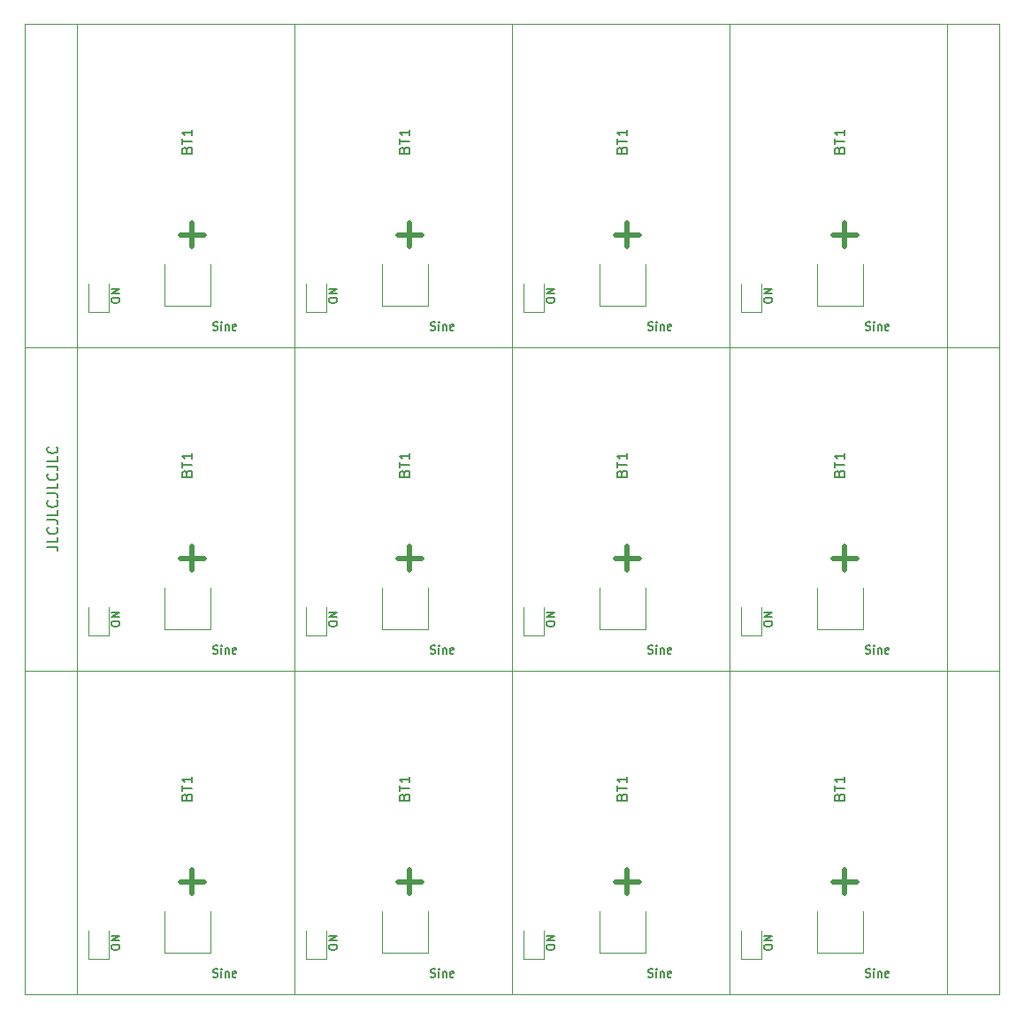
<source format=gbr>
G04 #@! TF.GenerationSoftware,KiCad,Pcbnew,(5.1.5)-3*
G04 #@! TF.CreationDate,2020-09-12T19:14:49+01:00*
G04 #@! TF.ProjectId,OTK_Panel,4f544b5f-5061-46e6-956c-2e6b69636164,rev?*
G04 #@! TF.SameCoordinates,Original*
G04 #@! TF.FileFunction,Legend,Top*
G04 #@! TF.FilePolarity,Positive*
%FSLAX46Y46*%
G04 Gerber Fmt 4.6, Leading zero omitted, Abs format (unit mm)*
G04 Created by KiCad (PCBNEW (5.1.5)-3) date 2020-09-12 19:14:49*
%MOMM*%
%LPD*%
G04 APERTURE LIST*
%ADD10C,0.050000*%
%ADD11C,0.153000*%
%ADD12C,0.150000*%
%ADD13C,0.120000*%
%ADD14C,0.500000*%
G04 APERTURE END LIST*
D10*
X192734500Y-108806300D02*
X197734500Y-108798300D01*
X192734500Y-77818300D02*
X197734500Y-77818300D01*
X109422500Y-108806300D02*
X104422500Y-108810300D01*
X109422500Y-77818300D02*
X104422500Y-77820300D01*
X104422500Y-139790300D02*
X109422500Y-139794300D01*
X104422500Y-46820300D02*
X104422500Y-139790300D01*
X109422500Y-46830300D02*
X104422500Y-46820300D01*
X192734500Y-139794300D02*
X197734500Y-139790300D01*
X197734500Y-46830300D02*
X197734500Y-139790300D01*
X192734500Y-46830300D02*
X197734500Y-46830300D01*
D11*
X143284690Y-138086109D02*
X143398976Y-138124204D01*
X143589452Y-138124204D01*
X143665642Y-138086109D01*
X143703738Y-138048014D01*
X143741833Y-137971823D01*
X143741833Y-137895633D01*
X143703738Y-137819442D01*
X143665642Y-137781347D01*
X143589452Y-137743252D01*
X143437071Y-137705157D01*
X143360880Y-137667061D01*
X143322785Y-137628966D01*
X143284690Y-137552776D01*
X143284690Y-137476585D01*
X143322785Y-137400395D01*
X143360880Y-137362300D01*
X143437071Y-137324204D01*
X143627547Y-137324204D01*
X143741833Y-137362300D01*
X144084690Y-138124204D02*
X144084690Y-137590871D01*
X144084690Y-137324204D02*
X144046595Y-137362300D01*
X144084690Y-137400395D01*
X144122785Y-137362300D01*
X144084690Y-137324204D01*
X144084690Y-137400395D01*
X144465642Y-137590871D02*
X144465642Y-138124204D01*
X144465642Y-137667061D02*
X144503738Y-137628966D01*
X144579928Y-137590871D01*
X144694214Y-137590871D01*
X144770404Y-137628966D01*
X144808500Y-137705157D01*
X144808500Y-138124204D01*
X145494214Y-138086109D02*
X145418023Y-138124204D01*
X145265642Y-138124204D01*
X145189452Y-138086109D01*
X145151357Y-138009919D01*
X145151357Y-137705157D01*
X145189452Y-137628966D01*
X145265642Y-137590871D01*
X145418023Y-137590871D01*
X145494214Y-137628966D01*
X145532309Y-137705157D01*
X145532309Y-137781347D01*
X145151357Y-137857538D01*
X133556404Y-135336538D02*
X133556404Y-135184157D01*
X133594500Y-135107966D01*
X133670690Y-135031776D01*
X133823071Y-134993680D01*
X134089738Y-134993680D01*
X134242119Y-135031776D01*
X134318309Y-135107966D01*
X134356404Y-135184157D01*
X134356404Y-135336538D01*
X134318309Y-135412728D01*
X134242119Y-135488919D01*
X134089738Y-135527014D01*
X133823071Y-135527014D01*
X133670690Y-135488919D01*
X133594500Y-135412728D01*
X133556404Y-135336538D01*
X134356404Y-134650823D02*
X133556404Y-134650823D01*
X134356404Y-134193680D01*
X133556404Y-134193680D01*
D10*
X109422500Y-139794300D02*
X109422500Y-108806300D01*
X171906500Y-139794300D02*
X171906500Y-108806300D01*
X130250500Y-139794300D02*
X109422500Y-139794300D01*
X171906500Y-139794300D02*
X151078500Y-139794300D01*
X130250500Y-108806300D02*
X130250500Y-139794300D01*
X151078500Y-108806300D02*
X151078500Y-139794300D01*
X171906500Y-108806300D02*
X171906500Y-139794300D01*
X151078500Y-108806300D02*
X171906500Y-108806300D01*
X192734500Y-108806300D02*
X192734500Y-139794300D01*
X151078500Y-139794300D02*
X151078500Y-108806300D01*
X109422500Y-108806300D02*
X130250500Y-108806300D01*
X151078500Y-139794300D02*
X130250500Y-139794300D01*
X130250500Y-108806300D02*
X151078500Y-108806300D01*
X130250500Y-139794300D02*
X130250500Y-108806300D01*
X192734500Y-139794300D02*
X171906500Y-139794300D01*
X171906500Y-108806300D02*
X192734500Y-108806300D01*
D11*
X184940690Y-138086109D02*
X185054976Y-138124204D01*
X185245452Y-138124204D01*
X185321642Y-138086109D01*
X185359738Y-138048014D01*
X185397833Y-137971823D01*
X185397833Y-137895633D01*
X185359738Y-137819442D01*
X185321642Y-137781347D01*
X185245452Y-137743252D01*
X185093071Y-137705157D01*
X185016880Y-137667061D01*
X184978785Y-137628966D01*
X184940690Y-137552776D01*
X184940690Y-137476585D01*
X184978785Y-137400395D01*
X185016880Y-137362300D01*
X185093071Y-137324204D01*
X185283547Y-137324204D01*
X185397833Y-137362300D01*
X185740690Y-138124204D02*
X185740690Y-137590871D01*
X185740690Y-137324204D02*
X185702595Y-137362300D01*
X185740690Y-137400395D01*
X185778785Y-137362300D01*
X185740690Y-137324204D01*
X185740690Y-137400395D01*
X186121642Y-137590871D02*
X186121642Y-138124204D01*
X186121642Y-137667061D02*
X186159738Y-137628966D01*
X186235928Y-137590871D01*
X186350214Y-137590871D01*
X186426404Y-137628966D01*
X186464500Y-137705157D01*
X186464500Y-138124204D01*
X187150214Y-138086109D02*
X187074023Y-138124204D01*
X186921642Y-138124204D01*
X186845452Y-138086109D01*
X186807357Y-138009919D01*
X186807357Y-137705157D01*
X186845452Y-137628966D01*
X186921642Y-137590871D01*
X187074023Y-137590871D01*
X187150214Y-137628966D01*
X187188309Y-137705157D01*
X187188309Y-137781347D01*
X186807357Y-137857538D01*
X175212404Y-135336538D02*
X175212404Y-135184157D01*
X175250500Y-135107966D01*
X175326690Y-135031776D01*
X175479071Y-134993680D01*
X175745738Y-134993680D01*
X175898119Y-135031776D01*
X175974309Y-135107966D01*
X176012404Y-135184157D01*
X176012404Y-135336538D01*
X175974309Y-135412728D01*
X175898119Y-135488919D01*
X175745738Y-135527014D01*
X175479071Y-135527014D01*
X175326690Y-135488919D01*
X175250500Y-135412728D01*
X175212404Y-135336538D01*
X176012404Y-134650823D02*
X175212404Y-134650823D01*
X176012404Y-134193680D01*
X175212404Y-134193680D01*
X112728404Y-135336538D02*
X112728404Y-135184157D01*
X112766500Y-135107966D01*
X112842690Y-135031776D01*
X112995071Y-134993680D01*
X113261738Y-134993680D01*
X113414119Y-135031776D01*
X113490309Y-135107966D01*
X113528404Y-135184157D01*
X113528404Y-135336538D01*
X113490309Y-135412728D01*
X113414119Y-135488919D01*
X113261738Y-135527014D01*
X112995071Y-135527014D01*
X112842690Y-135488919D01*
X112766500Y-135412728D01*
X112728404Y-135336538D01*
X113528404Y-134650823D02*
X112728404Y-134650823D01*
X113528404Y-134193680D01*
X112728404Y-134193680D01*
X122456690Y-138086109D02*
X122570976Y-138124204D01*
X122761452Y-138124204D01*
X122837642Y-138086109D01*
X122875738Y-138048014D01*
X122913833Y-137971823D01*
X122913833Y-137895633D01*
X122875738Y-137819442D01*
X122837642Y-137781347D01*
X122761452Y-137743252D01*
X122609071Y-137705157D01*
X122532880Y-137667061D01*
X122494785Y-137628966D01*
X122456690Y-137552776D01*
X122456690Y-137476585D01*
X122494785Y-137400395D01*
X122532880Y-137362300D01*
X122609071Y-137324204D01*
X122799547Y-137324204D01*
X122913833Y-137362300D01*
X123256690Y-138124204D02*
X123256690Y-137590871D01*
X123256690Y-137324204D02*
X123218595Y-137362300D01*
X123256690Y-137400395D01*
X123294785Y-137362300D01*
X123256690Y-137324204D01*
X123256690Y-137400395D01*
X123637642Y-137590871D02*
X123637642Y-138124204D01*
X123637642Y-137667061D02*
X123675738Y-137628966D01*
X123751928Y-137590871D01*
X123866214Y-137590871D01*
X123942404Y-137628966D01*
X123980500Y-137705157D01*
X123980500Y-138124204D01*
X124666214Y-138086109D02*
X124590023Y-138124204D01*
X124437642Y-138124204D01*
X124361452Y-138086109D01*
X124323357Y-138009919D01*
X124323357Y-137705157D01*
X124361452Y-137628966D01*
X124437642Y-137590871D01*
X124590023Y-137590871D01*
X124666214Y-137628966D01*
X124704309Y-137705157D01*
X124704309Y-137781347D01*
X124323357Y-137857538D01*
X164112690Y-138086109D02*
X164226976Y-138124204D01*
X164417452Y-138124204D01*
X164493642Y-138086109D01*
X164531738Y-138048014D01*
X164569833Y-137971823D01*
X164569833Y-137895633D01*
X164531738Y-137819442D01*
X164493642Y-137781347D01*
X164417452Y-137743252D01*
X164265071Y-137705157D01*
X164188880Y-137667061D01*
X164150785Y-137628966D01*
X164112690Y-137552776D01*
X164112690Y-137476585D01*
X164150785Y-137400395D01*
X164188880Y-137362300D01*
X164265071Y-137324204D01*
X164455547Y-137324204D01*
X164569833Y-137362300D01*
X164912690Y-138124204D02*
X164912690Y-137590871D01*
X164912690Y-137324204D02*
X164874595Y-137362300D01*
X164912690Y-137400395D01*
X164950785Y-137362300D01*
X164912690Y-137324204D01*
X164912690Y-137400395D01*
X165293642Y-137590871D02*
X165293642Y-138124204D01*
X165293642Y-137667061D02*
X165331738Y-137628966D01*
X165407928Y-137590871D01*
X165522214Y-137590871D01*
X165598404Y-137628966D01*
X165636500Y-137705157D01*
X165636500Y-138124204D01*
X166322214Y-138086109D02*
X166246023Y-138124204D01*
X166093642Y-138124204D01*
X166017452Y-138086109D01*
X165979357Y-138009919D01*
X165979357Y-137705157D01*
X166017452Y-137628966D01*
X166093642Y-137590871D01*
X166246023Y-137590871D01*
X166322214Y-137628966D01*
X166360309Y-137705157D01*
X166360309Y-137781347D01*
X165979357Y-137857538D01*
X154384404Y-135336538D02*
X154384404Y-135184157D01*
X154422500Y-135107966D01*
X154498690Y-135031776D01*
X154651071Y-134993680D01*
X154917738Y-134993680D01*
X155070119Y-135031776D01*
X155146309Y-135107966D01*
X155184404Y-135184157D01*
X155184404Y-135336538D01*
X155146309Y-135412728D01*
X155070119Y-135488919D01*
X154917738Y-135527014D01*
X154651071Y-135527014D01*
X154498690Y-135488919D01*
X154422500Y-135412728D01*
X154384404Y-135336538D01*
X155184404Y-134650823D02*
X154384404Y-134650823D01*
X155184404Y-134193680D01*
X154384404Y-134193680D01*
X143284690Y-107098109D02*
X143398976Y-107136204D01*
X143589452Y-107136204D01*
X143665642Y-107098109D01*
X143703738Y-107060014D01*
X143741833Y-106983823D01*
X143741833Y-106907633D01*
X143703738Y-106831442D01*
X143665642Y-106793347D01*
X143589452Y-106755252D01*
X143437071Y-106717157D01*
X143360880Y-106679061D01*
X143322785Y-106640966D01*
X143284690Y-106564776D01*
X143284690Y-106488585D01*
X143322785Y-106412395D01*
X143360880Y-106374300D01*
X143437071Y-106336204D01*
X143627547Y-106336204D01*
X143741833Y-106374300D01*
X144084690Y-107136204D02*
X144084690Y-106602871D01*
X144084690Y-106336204D02*
X144046595Y-106374300D01*
X144084690Y-106412395D01*
X144122785Y-106374300D01*
X144084690Y-106336204D01*
X144084690Y-106412395D01*
X144465642Y-106602871D02*
X144465642Y-107136204D01*
X144465642Y-106679061D02*
X144503738Y-106640966D01*
X144579928Y-106602871D01*
X144694214Y-106602871D01*
X144770404Y-106640966D01*
X144808500Y-106717157D01*
X144808500Y-107136204D01*
X145494214Y-107098109D02*
X145418023Y-107136204D01*
X145265642Y-107136204D01*
X145189452Y-107098109D01*
X145151357Y-107021919D01*
X145151357Y-106717157D01*
X145189452Y-106640966D01*
X145265642Y-106602871D01*
X145418023Y-106602871D01*
X145494214Y-106640966D01*
X145532309Y-106717157D01*
X145532309Y-106793347D01*
X145151357Y-106869538D01*
X133556404Y-104348538D02*
X133556404Y-104196157D01*
X133594500Y-104119966D01*
X133670690Y-104043776D01*
X133823071Y-104005680D01*
X134089738Y-104005680D01*
X134242119Y-104043776D01*
X134318309Y-104119966D01*
X134356404Y-104196157D01*
X134356404Y-104348538D01*
X134318309Y-104424728D01*
X134242119Y-104500919D01*
X134089738Y-104539014D01*
X133823071Y-104539014D01*
X133670690Y-104500919D01*
X133594500Y-104424728D01*
X133556404Y-104348538D01*
X134356404Y-103662823D02*
X133556404Y-103662823D01*
X134356404Y-103205680D01*
X133556404Y-103205680D01*
D10*
X109422500Y-108806300D02*
X109422500Y-77818300D01*
X171906500Y-108806300D02*
X171906500Y-77818300D01*
X130250500Y-108806300D02*
X109422500Y-108806300D01*
X171906500Y-108806300D02*
X151078500Y-108806300D01*
X130250500Y-77818300D02*
X130250500Y-108806300D01*
X151078500Y-77818300D02*
X151078500Y-108806300D01*
X171906500Y-77818300D02*
X171906500Y-108806300D01*
X151078500Y-77818300D02*
X171906500Y-77818300D01*
X192734500Y-77818300D02*
X192734500Y-108806300D01*
X151078500Y-108806300D02*
X151078500Y-77818300D01*
X109422500Y-77818300D02*
X130250500Y-77818300D01*
X151078500Y-108806300D02*
X130250500Y-108806300D01*
X130250500Y-77818300D02*
X151078500Y-77818300D01*
X130250500Y-108806300D02*
X130250500Y-77818300D01*
X192734500Y-108806300D02*
X171906500Y-108806300D01*
X171906500Y-77818300D02*
X192734500Y-77818300D01*
D11*
X184940690Y-107098109D02*
X185054976Y-107136204D01*
X185245452Y-107136204D01*
X185321642Y-107098109D01*
X185359738Y-107060014D01*
X185397833Y-106983823D01*
X185397833Y-106907633D01*
X185359738Y-106831442D01*
X185321642Y-106793347D01*
X185245452Y-106755252D01*
X185093071Y-106717157D01*
X185016880Y-106679061D01*
X184978785Y-106640966D01*
X184940690Y-106564776D01*
X184940690Y-106488585D01*
X184978785Y-106412395D01*
X185016880Y-106374300D01*
X185093071Y-106336204D01*
X185283547Y-106336204D01*
X185397833Y-106374300D01*
X185740690Y-107136204D02*
X185740690Y-106602871D01*
X185740690Y-106336204D02*
X185702595Y-106374300D01*
X185740690Y-106412395D01*
X185778785Y-106374300D01*
X185740690Y-106336204D01*
X185740690Y-106412395D01*
X186121642Y-106602871D02*
X186121642Y-107136204D01*
X186121642Y-106679061D02*
X186159738Y-106640966D01*
X186235928Y-106602871D01*
X186350214Y-106602871D01*
X186426404Y-106640966D01*
X186464500Y-106717157D01*
X186464500Y-107136204D01*
X187150214Y-107098109D02*
X187074023Y-107136204D01*
X186921642Y-107136204D01*
X186845452Y-107098109D01*
X186807357Y-107021919D01*
X186807357Y-106717157D01*
X186845452Y-106640966D01*
X186921642Y-106602871D01*
X187074023Y-106602871D01*
X187150214Y-106640966D01*
X187188309Y-106717157D01*
X187188309Y-106793347D01*
X186807357Y-106869538D01*
X175212404Y-104348538D02*
X175212404Y-104196157D01*
X175250500Y-104119966D01*
X175326690Y-104043776D01*
X175479071Y-104005680D01*
X175745738Y-104005680D01*
X175898119Y-104043776D01*
X175974309Y-104119966D01*
X176012404Y-104196157D01*
X176012404Y-104348538D01*
X175974309Y-104424728D01*
X175898119Y-104500919D01*
X175745738Y-104539014D01*
X175479071Y-104539014D01*
X175326690Y-104500919D01*
X175250500Y-104424728D01*
X175212404Y-104348538D01*
X176012404Y-103662823D02*
X175212404Y-103662823D01*
X176012404Y-103205680D01*
X175212404Y-103205680D01*
X112728404Y-104348538D02*
X112728404Y-104196157D01*
X112766500Y-104119966D01*
X112842690Y-104043776D01*
X112995071Y-104005680D01*
X113261738Y-104005680D01*
X113414119Y-104043776D01*
X113490309Y-104119966D01*
X113528404Y-104196157D01*
X113528404Y-104348538D01*
X113490309Y-104424728D01*
X113414119Y-104500919D01*
X113261738Y-104539014D01*
X112995071Y-104539014D01*
X112842690Y-104500919D01*
X112766500Y-104424728D01*
X112728404Y-104348538D01*
X113528404Y-103662823D02*
X112728404Y-103662823D01*
X113528404Y-103205680D01*
X112728404Y-103205680D01*
X122456690Y-107098109D02*
X122570976Y-107136204D01*
X122761452Y-107136204D01*
X122837642Y-107098109D01*
X122875738Y-107060014D01*
X122913833Y-106983823D01*
X122913833Y-106907633D01*
X122875738Y-106831442D01*
X122837642Y-106793347D01*
X122761452Y-106755252D01*
X122609071Y-106717157D01*
X122532880Y-106679061D01*
X122494785Y-106640966D01*
X122456690Y-106564776D01*
X122456690Y-106488585D01*
X122494785Y-106412395D01*
X122532880Y-106374300D01*
X122609071Y-106336204D01*
X122799547Y-106336204D01*
X122913833Y-106374300D01*
X123256690Y-107136204D02*
X123256690Y-106602871D01*
X123256690Y-106336204D02*
X123218595Y-106374300D01*
X123256690Y-106412395D01*
X123294785Y-106374300D01*
X123256690Y-106336204D01*
X123256690Y-106412395D01*
X123637642Y-106602871D02*
X123637642Y-107136204D01*
X123637642Y-106679061D02*
X123675738Y-106640966D01*
X123751928Y-106602871D01*
X123866214Y-106602871D01*
X123942404Y-106640966D01*
X123980500Y-106717157D01*
X123980500Y-107136204D01*
X124666214Y-107098109D02*
X124590023Y-107136204D01*
X124437642Y-107136204D01*
X124361452Y-107098109D01*
X124323357Y-107021919D01*
X124323357Y-106717157D01*
X124361452Y-106640966D01*
X124437642Y-106602871D01*
X124590023Y-106602871D01*
X124666214Y-106640966D01*
X124704309Y-106717157D01*
X124704309Y-106793347D01*
X124323357Y-106869538D01*
X164112690Y-107098109D02*
X164226976Y-107136204D01*
X164417452Y-107136204D01*
X164493642Y-107098109D01*
X164531738Y-107060014D01*
X164569833Y-106983823D01*
X164569833Y-106907633D01*
X164531738Y-106831442D01*
X164493642Y-106793347D01*
X164417452Y-106755252D01*
X164265071Y-106717157D01*
X164188880Y-106679061D01*
X164150785Y-106640966D01*
X164112690Y-106564776D01*
X164112690Y-106488585D01*
X164150785Y-106412395D01*
X164188880Y-106374300D01*
X164265071Y-106336204D01*
X164455547Y-106336204D01*
X164569833Y-106374300D01*
X164912690Y-107136204D02*
X164912690Y-106602871D01*
X164912690Y-106336204D02*
X164874595Y-106374300D01*
X164912690Y-106412395D01*
X164950785Y-106374300D01*
X164912690Y-106336204D01*
X164912690Y-106412395D01*
X165293642Y-106602871D02*
X165293642Y-107136204D01*
X165293642Y-106679061D02*
X165331738Y-106640966D01*
X165407928Y-106602871D01*
X165522214Y-106602871D01*
X165598404Y-106640966D01*
X165636500Y-106717157D01*
X165636500Y-107136204D01*
X166322214Y-107098109D02*
X166246023Y-107136204D01*
X166093642Y-107136204D01*
X166017452Y-107098109D01*
X165979357Y-107021919D01*
X165979357Y-106717157D01*
X166017452Y-106640966D01*
X166093642Y-106602871D01*
X166246023Y-106602871D01*
X166322214Y-106640966D01*
X166360309Y-106717157D01*
X166360309Y-106793347D01*
X165979357Y-106869538D01*
X154384404Y-104348538D02*
X154384404Y-104196157D01*
X154422500Y-104119966D01*
X154498690Y-104043776D01*
X154651071Y-104005680D01*
X154917738Y-104005680D01*
X155070119Y-104043776D01*
X155146309Y-104119966D01*
X155184404Y-104196157D01*
X155184404Y-104348538D01*
X155146309Y-104424728D01*
X155070119Y-104500919D01*
X154917738Y-104539014D01*
X154651071Y-104539014D01*
X154498690Y-104500919D01*
X154422500Y-104424728D01*
X154384404Y-104348538D01*
X155184404Y-103662823D02*
X154384404Y-103662823D01*
X155184404Y-103205680D01*
X154384404Y-103205680D01*
D10*
X171906500Y-77818300D02*
X171906500Y-46830300D01*
X192734500Y-77818300D02*
X171906500Y-77818300D01*
X192734500Y-46830300D02*
X192734500Y-77818300D01*
X171906500Y-46830300D02*
X192734500Y-46830300D01*
D11*
X175212404Y-73360538D02*
X175212404Y-73208157D01*
X175250500Y-73131966D01*
X175326690Y-73055776D01*
X175479071Y-73017680D01*
X175745738Y-73017680D01*
X175898119Y-73055776D01*
X175974309Y-73131966D01*
X176012404Y-73208157D01*
X176012404Y-73360538D01*
X175974309Y-73436728D01*
X175898119Y-73512919D01*
X175745738Y-73551014D01*
X175479071Y-73551014D01*
X175326690Y-73512919D01*
X175250500Y-73436728D01*
X175212404Y-73360538D01*
X176012404Y-72674823D02*
X175212404Y-72674823D01*
X176012404Y-72217680D01*
X175212404Y-72217680D01*
X184940690Y-76110109D02*
X185054976Y-76148204D01*
X185245452Y-76148204D01*
X185321642Y-76110109D01*
X185359738Y-76072014D01*
X185397833Y-75995823D01*
X185397833Y-75919633D01*
X185359738Y-75843442D01*
X185321642Y-75805347D01*
X185245452Y-75767252D01*
X185093071Y-75729157D01*
X185016880Y-75691061D01*
X184978785Y-75652966D01*
X184940690Y-75576776D01*
X184940690Y-75500585D01*
X184978785Y-75424395D01*
X185016880Y-75386300D01*
X185093071Y-75348204D01*
X185283547Y-75348204D01*
X185397833Y-75386300D01*
X185740690Y-76148204D02*
X185740690Y-75614871D01*
X185740690Y-75348204D02*
X185702595Y-75386300D01*
X185740690Y-75424395D01*
X185778785Y-75386300D01*
X185740690Y-75348204D01*
X185740690Y-75424395D01*
X186121642Y-75614871D02*
X186121642Y-76148204D01*
X186121642Y-75691061D02*
X186159738Y-75652966D01*
X186235928Y-75614871D01*
X186350214Y-75614871D01*
X186426404Y-75652966D01*
X186464500Y-75729157D01*
X186464500Y-76148204D01*
X187150214Y-76110109D02*
X187074023Y-76148204D01*
X186921642Y-76148204D01*
X186845452Y-76110109D01*
X186807357Y-76033919D01*
X186807357Y-75729157D01*
X186845452Y-75652966D01*
X186921642Y-75614871D01*
X187074023Y-75614871D01*
X187150214Y-75652966D01*
X187188309Y-75729157D01*
X187188309Y-75805347D01*
X186807357Y-75881538D01*
D10*
X151078500Y-77818300D02*
X151078500Y-46830300D01*
X171906500Y-77818300D02*
X151078500Y-77818300D01*
X171906500Y-46830300D02*
X171906500Y-77818300D01*
X151078500Y-46830300D02*
X171906500Y-46830300D01*
D11*
X154384404Y-73360538D02*
X154384404Y-73208157D01*
X154422500Y-73131966D01*
X154498690Y-73055776D01*
X154651071Y-73017680D01*
X154917738Y-73017680D01*
X155070119Y-73055776D01*
X155146309Y-73131966D01*
X155184404Y-73208157D01*
X155184404Y-73360538D01*
X155146309Y-73436728D01*
X155070119Y-73512919D01*
X154917738Y-73551014D01*
X154651071Y-73551014D01*
X154498690Y-73512919D01*
X154422500Y-73436728D01*
X154384404Y-73360538D01*
X155184404Y-72674823D02*
X154384404Y-72674823D01*
X155184404Y-72217680D01*
X154384404Y-72217680D01*
X164112690Y-76110109D02*
X164226976Y-76148204D01*
X164417452Y-76148204D01*
X164493642Y-76110109D01*
X164531738Y-76072014D01*
X164569833Y-75995823D01*
X164569833Y-75919633D01*
X164531738Y-75843442D01*
X164493642Y-75805347D01*
X164417452Y-75767252D01*
X164265071Y-75729157D01*
X164188880Y-75691061D01*
X164150785Y-75652966D01*
X164112690Y-75576776D01*
X164112690Y-75500585D01*
X164150785Y-75424395D01*
X164188880Y-75386300D01*
X164265071Y-75348204D01*
X164455547Y-75348204D01*
X164569833Y-75386300D01*
X164912690Y-76148204D02*
X164912690Y-75614871D01*
X164912690Y-75348204D02*
X164874595Y-75386300D01*
X164912690Y-75424395D01*
X164950785Y-75386300D01*
X164912690Y-75348204D01*
X164912690Y-75424395D01*
X165293642Y-75614871D02*
X165293642Y-76148204D01*
X165293642Y-75691061D02*
X165331738Y-75652966D01*
X165407928Y-75614871D01*
X165522214Y-75614871D01*
X165598404Y-75652966D01*
X165636500Y-75729157D01*
X165636500Y-76148204D01*
X166322214Y-76110109D02*
X166246023Y-76148204D01*
X166093642Y-76148204D01*
X166017452Y-76110109D01*
X165979357Y-76033919D01*
X165979357Y-75729157D01*
X166017452Y-75652966D01*
X166093642Y-75614871D01*
X166246023Y-75614871D01*
X166322214Y-75652966D01*
X166360309Y-75729157D01*
X166360309Y-75805347D01*
X165979357Y-75881538D01*
D10*
X130250500Y-77818300D02*
X130250500Y-46830300D01*
X151078500Y-77818300D02*
X130250500Y-77818300D01*
X151078500Y-46830300D02*
X151078500Y-77818300D01*
X130250500Y-46830300D02*
X151078500Y-46830300D01*
D11*
X133556404Y-73360538D02*
X133556404Y-73208157D01*
X133594500Y-73131966D01*
X133670690Y-73055776D01*
X133823071Y-73017680D01*
X134089738Y-73017680D01*
X134242119Y-73055776D01*
X134318309Y-73131966D01*
X134356404Y-73208157D01*
X134356404Y-73360538D01*
X134318309Y-73436728D01*
X134242119Y-73512919D01*
X134089738Y-73551014D01*
X133823071Y-73551014D01*
X133670690Y-73512919D01*
X133594500Y-73436728D01*
X133556404Y-73360538D01*
X134356404Y-72674823D02*
X133556404Y-72674823D01*
X134356404Y-72217680D01*
X133556404Y-72217680D01*
X143284690Y-76110109D02*
X143398976Y-76148204D01*
X143589452Y-76148204D01*
X143665642Y-76110109D01*
X143703738Y-76072014D01*
X143741833Y-75995823D01*
X143741833Y-75919633D01*
X143703738Y-75843442D01*
X143665642Y-75805347D01*
X143589452Y-75767252D01*
X143437071Y-75729157D01*
X143360880Y-75691061D01*
X143322785Y-75652966D01*
X143284690Y-75576776D01*
X143284690Y-75500585D01*
X143322785Y-75424395D01*
X143360880Y-75386300D01*
X143437071Y-75348204D01*
X143627547Y-75348204D01*
X143741833Y-75386300D01*
X144084690Y-76148204D02*
X144084690Y-75614871D01*
X144084690Y-75348204D02*
X144046595Y-75386300D01*
X144084690Y-75424395D01*
X144122785Y-75386300D01*
X144084690Y-75348204D01*
X144084690Y-75424395D01*
X144465642Y-75614871D02*
X144465642Y-76148204D01*
X144465642Y-75691061D02*
X144503738Y-75652966D01*
X144579928Y-75614871D01*
X144694214Y-75614871D01*
X144770404Y-75652966D01*
X144808500Y-75729157D01*
X144808500Y-76148204D01*
X145494214Y-76110109D02*
X145418023Y-76148204D01*
X145265642Y-76148204D01*
X145189452Y-76110109D01*
X145151357Y-76033919D01*
X145151357Y-75729157D01*
X145189452Y-75652966D01*
X145265642Y-75614871D01*
X145418023Y-75614871D01*
X145494214Y-75652966D01*
X145532309Y-75729157D01*
X145532309Y-75805347D01*
X145151357Y-75881538D01*
D10*
X109422500Y-77818300D02*
X109422500Y-46830300D01*
X130250500Y-77818300D02*
X109422500Y-77818300D01*
X130250500Y-46830300D02*
X130250500Y-77818300D01*
X109422500Y-46830300D02*
X130250500Y-46830300D01*
D12*
X106588880Y-96915347D02*
X107303166Y-96915347D01*
X107446023Y-96962966D01*
X107541261Y-97058204D01*
X107588880Y-97201061D01*
X107588880Y-97296300D01*
X107588880Y-95962966D02*
X107588880Y-96439157D01*
X106588880Y-96439157D01*
X107493642Y-95058204D02*
X107541261Y-95105823D01*
X107588880Y-95248680D01*
X107588880Y-95343919D01*
X107541261Y-95486776D01*
X107446023Y-95582014D01*
X107350785Y-95629633D01*
X107160309Y-95677252D01*
X107017452Y-95677252D01*
X106826976Y-95629633D01*
X106731738Y-95582014D01*
X106636500Y-95486776D01*
X106588880Y-95343919D01*
X106588880Y-95248680D01*
X106636500Y-95105823D01*
X106684119Y-95058204D01*
X106588880Y-94343919D02*
X107303166Y-94343919D01*
X107446023Y-94391538D01*
X107541261Y-94486776D01*
X107588880Y-94629633D01*
X107588880Y-94724871D01*
X107588880Y-93391538D02*
X107588880Y-93867728D01*
X106588880Y-93867728D01*
X107493642Y-92486776D02*
X107541261Y-92534395D01*
X107588880Y-92677252D01*
X107588880Y-92772490D01*
X107541261Y-92915347D01*
X107446023Y-93010585D01*
X107350785Y-93058204D01*
X107160309Y-93105823D01*
X107017452Y-93105823D01*
X106826976Y-93058204D01*
X106731738Y-93010585D01*
X106636500Y-92915347D01*
X106588880Y-92772490D01*
X106588880Y-92677252D01*
X106636500Y-92534395D01*
X106684119Y-92486776D01*
X106588880Y-91772490D02*
X107303166Y-91772490D01*
X107446023Y-91820109D01*
X107541261Y-91915347D01*
X107588880Y-92058204D01*
X107588880Y-92153442D01*
X107588880Y-90820109D02*
X107588880Y-91296300D01*
X106588880Y-91296300D01*
X107493642Y-89915347D02*
X107541261Y-89962966D01*
X107588880Y-90105823D01*
X107588880Y-90201061D01*
X107541261Y-90343919D01*
X107446023Y-90439157D01*
X107350785Y-90486776D01*
X107160309Y-90534395D01*
X107017452Y-90534395D01*
X106826976Y-90486776D01*
X106731738Y-90439157D01*
X106636500Y-90343919D01*
X106588880Y-90201061D01*
X106588880Y-90105823D01*
X106636500Y-89962966D01*
X106684119Y-89915347D01*
X106588880Y-89201061D02*
X107303166Y-89201061D01*
X107446023Y-89248680D01*
X107541261Y-89343919D01*
X107588880Y-89486776D01*
X107588880Y-89582014D01*
X107588880Y-88248680D02*
X107588880Y-88724871D01*
X106588880Y-88724871D01*
X107493642Y-87343919D02*
X107541261Y-87391538D01*
X107588880Y-87534395D01*
X107588880Y-87629633D01*
X107541261Y-87772490D01*
X107446023Y-87867728D01*
X107350785Y-87915347D01*
X107160309Y-87962966D01*
X107017452Y-87962966D01*
X106826976Y-87915347D01*
X106731738Y-87867728D01*
X106636500Y-87772490D01*
X106588880Y-87629633D01*
X106588880Y-87534395D01*
X106636500Y-87391538D01*
X106684119Y-87343919D01*
D11*
X112728404Y-73360538D02*
X112728404Y-73208157D01*
X112766500Y-73131966D01*
X112842690Y-73055776D01*
X112995071Y-73017680D01*
X113261738Y-73017680D01*
X113414119Y-73055776D01*
X113490309Y-73131966D01*
X113528404Y-73208157D01*
X113528404Y-73360538D01*
X113490309Y-73436728D01*
X113414119Y-73512919D01*
X113261738Y-73551014D01*
X112995071Y-73551014D01*
X112842690Y-73512919D01*
X112766500Y-73436728D01*
X112728404Y-73360538D01*
X113528404Y-72674823D02*
X112728404Y-72674823D01*
X113528404Y-72217680D01*
X112728404Y-72217680D01*
X122456690Y-76110109D02*
X122570976Y-76148204D01*
X122761452Y-76148204D01*
X122837642Y-76110109D01*
X122875738Y-76072014D01*
X122913833Y-75995823D01*
X122913833Y-75919633D01*
X122875738Y-75843442D01*
X122837642Y-75805347D01*
X122761452Y-75767252D01*
X122609071Y-75729157D01*
X122532880Y-75691061D01*
X122494785Y-75652966D01*
X122456690Y-75576776D01*
X122456690Y-75500585D01*
X122494785Y-75424395D01*
X122532880Y-75386300D01*
X122609071Y-75348204D01*
X122799547Y-75348204D01*
X122913833Y-75386300D01*
X123256690Y-76148204D02*
X123256690Y-75614871D01*
X123256690Y-75348204D02*
X123218595Y-75386300D01*
X123256690Y-75424395D01*
X123294785Y-75386300D01*
X123256690Y-75348204D01*
X123256690Y-75424395D01*
X123637642Y-75614871D02*
X123637642Y-76148204D01*
X123637642Y-75691061D02*
X123675738Y-75652966D01*
X123751928Y-75614871D01*
X123866214Y-75614871D01*
X123942404Y-75652966D01*
X123980500Y-75729157D01*
X123980500Y-76148204D01*
X124666214Y-76110109D02*
X124590023Y-76148204D01*
X124437642Y-76148204D01*
X124361452Y-76110109D01*
X124323357Y-76033919D01*
X124323357Y-75729157D01*
X124361452Y-75652966D01*
X124437642Y-75614871D01*
X124590023Y-75614871D01*
X124666214Y-75652966D01*
X124704309Y-75729157D01*
X124704309Y-75805347D01*
X124323357Y-75881538D01*
D13*
X180311020Y-132193140D02*
X180311020Y-131791820D01*
X184690500Y-132201300D02*
X184689980Y-131812140D01*
X180310500Y-135761300D02*
X180310500Y-132201300D01*
X182500500Y-135761300D02*
X180310500Y-135761300D01*
X184690500Y-135761300D02*
X184690500Y-132201300D01*
X182500500Y-135761300D02*
X184690500Y-135761300D01*
X173039500Y-133714300D02*
X173039500Y-136399300D01*
X173039500Y-136399300D02*
X174959500Y-136399300D01*
X174959500Y-136399300D02*
X174959500Y-133714300D01*
X159483020Y-132193140D02*
X159483020Y-131791820D01*
X163862500Y-132201300D02*
X163861980Y-131812140D01*
X159482500Y-135761300D02*
X159482500Y-132201300D01*
X161672500Y-135761300D02*
X159482500Y-135761300D01*
X163862500Y-135761300D02*
X163862500Y-132201300D01*
X161672500Y-135761300D02*
X163862500Y-135761300D01*
X152211500Y-133714300D02*
X152211500Y-136399300D01*
X152211500Y-136399300D02*
X154131500Y-136399300D01*
X154131500Y-136399300D02*
X154131500Y-133714300D01*
X138655020Y-132193140D02*
X138655020Y-131791820D01*
X143034500Y-132201300D02*
X143033980Y-131812140D01*
X138654500Y-135761300D02*
X138654500Y-132201300D01*
X140844500Y-135761300D02*
X138654500Y-135761300D01*
X143034500Y-135761300D02*
X143034500Y-132201300D01*
X140844500Y-135761300D02*
X143034500Y-135761300D01*
X131383500Y-133714300D02*
X131383500Y-136399300D01*
X131383500Y-136399300D02*
X133303500Y-136399300D01*
X133303500Y-136399300D02*
X133303500Y-133714300D01*
X120016500Y-135761300D02*
X122206500Y-135761300D01*
X122206500Y-135761300D02*
X122206500Y-132201300D01*
X120016500Y-135761300D02*
X117826500Y-135761300D01*
X117826500Y-135761300D02*
X117826500Y-132201300D01*
X122206500Y-132201300D02*
X122205980Y-131812140D01*
X117827020Y-132193140D02*
X117827020Y-131791820D01*
X112475500Y-136399300D02*
X112475500Y-133714300D01*
X110555500Y-136399300D02*
X112475500Y-136399300D01*
X110555500Y-133714300D02*
X110555500Y-136399300D01*
X180311020Y-101205140D02*
X180311020Y-100803820D01*
X184690500Y-101213300D02*
X184689980Y-100824140D01*
X180310500Y-104773300D02*
X180310500Y-101213300D01*
X182500500Y-104773300D02*
X180310500Y-104773300D01*
X184690500Y-104773300D02*
X184690500Y-101213300D01*
X182500500Y-104773300D02*
X184690500Y-104773300D01*
X173039500Y-102726300D02*
X173039500Y-105411300D01*
X173039500Y-105411300D02*
X174959500Y-105411300D01*
X174959500Y-105411300D02*
X174959500Y-102726300D01*
X159483020Y-101205140D02*
X159483020Y-100803820D01*
X163862500Y-101213300D02*
X163861980Y-100824140D01*
X159482500Y-104773300D02*
X159482500Y-101213300D01*
X161672500Y-104773300D02*
X159482500Y-104773300D01*
X163862500Y-104773300D02*
X163862500Y-101213300D01*
X161672500Y-104773300D02*
X163862500Y-104773300D01*
X152211500Y-102726300D02*
X152211500Y-105411300D01*
X152211500Y-105411300D02*
X154131500Y-105411300D01*
X154131500Y-105411300D02*
X154131500Y-102726300D01*
X138655020Y-101205140D02*
X138655020Y-100803820D01*
X143034500Y-101213300D02*
X143033980Y-100824140D01*
X138654500Y-104773300D02*
X138654500Y-101213300D01*
X140844500Y-104773300D02*
X138654500Y-104773300D01*
X143034500Y-104773300D02*
X143034500Y-101213300D01*
X140844500Y-104773300D02*
X143034500Y-104773300D01*
X131383500Y-102726300D02*
X131383500Y-105411300D01*
X131383500Y-105411300D02*
X133303500Y-105411300D01*
X133303500Y-105411300D02*
X133303500Y-102726300D01*
X120016500Y-104773300D02*
X122206500Y-104773300D01*
X122206500Y-104773300D02*
X122206500Y-101213300D01*
X120016500Y-104773300D02*
X117826500Y-104773300D01*
X117826500Y-104773300D02*
X117826500Y-101213300D01*
X122206500Y-101213300D02*
X122205980Y-100824140D01*
X117827020Y-101205140D02*
X117827020Y-100803820D01*
X112475500Y-105411300D02*
X112475500Y-102726300D01*
X110555500Y-105411300D02*
X112475500Y-105411300D01*
X110555500Y-102726300D02*
X110555500Y-105411300D01*
X182500500Y-73785300D02*
X184690500Y-73785300D01*
X184690500Y-73785300D02*
X184690500Y-70225300D01*
X182500500Y-73785300D02*
X180310500Y-73785300D01*
X180310500Y-73785300D02*
X180310500Y-70225300D01*
X184690500Y-70225300D02*
X184689980Y-69836140D01*
X180311020Y-70217140D02*
X180311020Y-69815820D01*
X174959500Y-74423300D02*
X174959500Y-71738300D01*
X173039500Y-74423300D02*
X174959500Y-74423300D01*
X173039500Y-71738300D02*
X173039500Y-74423300D01*
X161672500Y-73785300D02*
X163862500Y-73785300D01*
X163862500Y-73785300D02*
X163862500Y-70225300D01*
X161672500Y-73785300D02*
X159482500Y-73785300D01*
X159482500Y-73785300D02*
X159482500Y-70225300D01*
X163862500Y-70225300D02*
X163861980Y-69836140D01*
X159483020Y-70217140D02*
X159483020Y-69815820D01*
X154131500Y-74423300D02*
X154131500Y-71738300D01*
X152211500Y-74423300D02*
X154131500Y-74423300D01*
X152211500Y-71738300D02*
X152211500Y-74423300D01*
X140844500Y-73785300D02*
X143034500Y-73785300D01*
X143034500Y-73785300D02*
X143034500Y-70225300D01*
X140844500Y-73785300D02*
X138654500Y-73785300D01*
X138654500Y-73785300D02*
X138654500Y-70225300D01*
X143034500Y-70225300D02*
X143033980Y-69836140D01*
X138655020Y-70217140D02*
X138655020Y-69815820D01*
X133303500Y-74423300D02*
X133303500Y-71738300D01*
X131383500Y-74423300D02*
X133303500Y-74423300D01*
X131383500Y-71738300D02*
X131383500Y-74423300D01*
X110555500Y-71738300D02*
X110555500Y-74423300D01*
X110555500Y-74423300D02*
X112475500Y-74423300D01*
X112475500Y-74423300D02*
X112475500Y-71738300D01*
X117827020Y-70217140D02*
X117827020Y-69815820D01*
X122206500Y-70225300D02*
X122205980Y-69836140D01*
X117826500Y-73785300D02*
X117826500Y-70225300D01*
X120016500Y-73785300D02*
X117826500Y-73785300D01*
X122206500Y-73785300D02*
X122206500Y-70225300D01*
X120016500Y-73785300D02*
X122206500Y-73785300D01*
D12*
X182429071Y-120860514D02*
X182476690Y-120717657D01*
X182524309Y-120670038D01*
X182619547Y-120622419D01*
X182762404Y-120622419D01*
X182857642Y-120670038D01*
X182905261Y-120717657D01*
X182952880Y-120812895D01*
X182952880Y-121193847D01*
X181952880Y-121193847D01*
X181952880Y-120860514D01*
X182000500Y-120765276D01*
X182048119Y-120717657D01*
X182143357Y-120670038D01*
X182238595Y-120670038D01*
X182333833Y-120717657D01*
X182381452Y-120765276D01*
X182429071Y-120860514D01*
X182429071Y-121193847D01*
X181952880Y-120336704D02*
X181952880Y-119765276D01*
X182952880Y-120050990D02*
X181952880Y-120050990D01*
X182952880Y-118908133D02*
X182952880Y-119479561D01*
X182952880Y-119193847D02*
X181952880Y-119193847D01*
X182095738Y-119289085D01*
X182190976Y-119384323D01*
X182238595Y-119479561D01*
D14*
X182943385Y-130130517D02*
X182943385Y-127844802D01*
X184086242Y-128987660D02*
X181800528Y-128987660D01*
D12*
X161601071Y-120860514D02*
X161648690Y-120717657D01*
X161696309Y-120670038D01*
X161791547Y-120622419D01*
X161934404Y-120622419D01*
X162029642Y-120670038D01*
X162077261Y-120717657D01*
X162124880Y-120812895D01*
X162124880Y-121193847D01*
X161124880Y-121193847D01*
X161124880Y-120860514D01*
X161172500Y-120765276D01*
X161220119Y-120717657D01*
X161315357Y-120670038D01*
X161410595Y-120670038D01*
X161505833Y-120717657D01*
X161553452Y-120765276D01*
X161601071Y-120860514D01*
X161601071Y-121193847D01*
X161124880Y-120336704D02*
X161124880Y-119765276D01*
X162124880Y-120050990D02*
X161124880Y-120050990D01*
X162124880Y-118908133D02*
X162124880Y-119479561D01*
X162124880Y-119193847D02*
X161124880Y-119193847D01*
X161267738Y-119289085D01*
X161362976Y-119384323D01*
X161410595Y-119479561D01*
D14*
X162115385Y-130130517D02*
X162115385Y-127844802D01*
X163258242Y-128987660D02*
X160972528Y-128987660D01*
D12*
X140773071Y-120860514D02*
X140820690Y-120717657D01*
X140868309Y-120670038D01*
X140963547Y-120622419D01*
X141106404Y-120622419D01*
X141201642Y-120670038D01*
X141249261Y-120717657D01*
X141296880Y-120812895D01*
X141296880Y-121193847D01*
X140296880Y-121193847D01*
X140296880Y-120860514D01*
X140344500Y-120765276D01*
X140392119Y-120717657D01*
X140487357Y-120670038D01*
X140582595Y-120670038D01*
X140677833Y-120717657D01*
X140725452Y-120765276D01*
X140773071Y-120860514D01*
X140773071Y-121193847D01*
X140296880Y-120336704D02*
X140296880Y-119765276D01*
X141296880Y-120050990D02*
X140296880Y-120050990D01*
X141296880Y-118908133D02*
X141296880Y-119479561D01*
X141296880Y-119193847D02*
X140296880Y-119193847D01*
X140439738Y-119289085D01*
X140534976Y-119384323D01*
X140582595Y-119479561D01*
D14*
X141287385Y-130130517D02*
X141287385Y-127844802D01*
X142430242Y-128987660D02*
X140144528Y-128987660D01*
D12*
X119945071Y-120860514D02*
X119992690Y-120717657D01*
X120040309Y-120670038D01*
X120135547Y-120622419D01*
X120278404Y-120622419D01*
X120373642Y-120670038D01*
X120421261Y-120717657D01*
X120468880Y-120812895D01*
X120468880Y-121193847D01*
X119468880Y-121193847D01*
X119468880Y-120860514D01*
X119516500Y-120765276D01*
X119564119Y-120717657D01*
X119659357Y-120670038D01*
X119754595Y-120670038D01*
X119849833Y-120717657D01*
X119897452Y-120765276D01*
X119945071Y-120860514D01*
X119945071Y-121193847D01*
X119468880Y-120336704D02*
X119468880Y-119765276D01*
X120468880Y-120050990D02*
X119468880Y-120050990D01*
X120468880Y-118908133D02*
X120468880Y-119479561D01*
X120468880Y-119193847D02*
X119468880Y-119193847D01*
X119611738Y-119289085D01*
X119706976Y-119384323D01*
X119754595Y-119479561D01*
D14*
X120459385Y-130130517D02*
X120459385Y-127844802D01*
X121602242Y-128987660D02*
X119316528Y-128987660D01*
D12*
X182429071Y-89872514D02*
X182476690Y-89729657D01*
X182524309Y-89682038D01*
X182619547Y-89634419D01*
X182762404Y-89634419D01*
X182857642Y-89682038D01*
X182905261Y-89729657D01*
X182952880Y-89824895D01*
X182952880Y-90205847D01*
X181952880Y-90205847D01*
X181952880Y-89872514D01*
X182000500Y-89777276D01*
X182048119Y-89729657D01*
X182143357Y-89682038D01*
X182238595Y-89682038D01*
X182333833Y-89729657D01*
X182381452Y-89777276D01*
X182429071Y-89872514D01*
X182429071Y-90205847D01*
X181952880Y-89348704D02*
X181952880Y-88777276D01*
X182952880Y-89062990D02*
X181952880Y-89062990D01*
X182952880Y-87920133D02*
X182952880Y-88491561D01*
X182952880Y-88205847D02*
X181952880Y-88205847D01*
X182095738Y-88301085D01*
X182190976Y-88396323D01*
X182238595Y-88491561D01*
D14*
X182943385Y-99142517D02*
X182943385Y-96856802D01*
X184086242Y-97999660D02*
X181800528Y-97999660D01*
D12*
X161601071Y-89872514D02*
X161648690Y-89729657D01*
X161696309Y-89682038D01*
X161791547Y-89634419D01*
X161934404Y-89634419D01*
X162029642Y-89682038D01*
X162077261Y-89729657D01*
X162124880Y-89824895D01*
X162124880Y-90205847D01*
X161124880Y-90205847D01*
X161124880Y-89872514D01*
X161172500Y-89777276D01*
X161220119Y-89729657D01*
X161315357Y-89682038D01*
X161410595Y-89682038D01*
X161505833Y-89729657D01*
X161553452Y-89777276D01*
X161601071Y-89872514D01*
X161601071Y-90205847D01*
X161124880Y-89348704D02*
X161124880Y-88777276D01*
X162124880Y-89062990D02*
X161124880Y-89062990D01*
X162124880Y-87920133D02*
X162124880Y-88491561D01*
X162124880Y-88205847D02*
X161124880Y-88205847D01*
X161267738Y-88301085D01*
X161362976Y-88396323D01*
X161410595Y-88491561D01*
D14*
X162115385Y-99142517D02*
X162115385Y-96856802D01*
X163258242Y-97999660D02*
X160972528Y-97999660D01*
D12*
X140773071Y-89872514D02*
X140820690Y-89729657D01*
X140868309Y-89682038D01*
X140963547Y-89634419D01*
X141106404Y-89634419D01*
X141201642Y-89682038D01*
X141249261Y-89729657D01*
X141296880Y-89824895D01*
X141296880Y-90205847D01*
X140296880Y-90205847D01*
X140296880Y-89872514D01*
X140344500Y-89777276D01*
X140392119Y-89729657D01*
X140487357Y-89682038D01*
X140582595Y-89682038D01*
X140677833Y-89729657D01*
X140725452Y-89777276D01*
X140773071Y-89872514D01*
X140773071Y-90205847D01*
X140296880Y-89348704D02*
X140296880Y-88777276D01*
X141296880Y-89062990D02*
X140296880Y-89062990D01*
X141296880Y-87920133D02*
X141296880Y-88491561D01*
X141296880Y-88205847D02*
X140296880Y-88205847D01*
X140439738Y-88301085D01*
X140534976Y-88396323D01*
X140582595Y-88491561D01*
D14*
X141287385Y-99142517D02*
X141287385Y-96856802D01*
X142430242Y-97999660D02*
X140144528Y-97999660D01*
D12*
X119945071Y-89872514D02*
X119992690Y-89729657D01*
X120040309Y-89682038D01*
X120135547Y-89634419D01*
X120278404Y-89634419D01*
X120373642Y-89682038D01*
X120421261Y-89729657D01*
X120468880Y-89824895D01*
X120468880Y-90205847D01*
X119468880Y-90205847D01*
X119468880Y-89872514D01*
X119516500Y-89777276D01*
X119564119Y-89729657D01*
X119659357Y-89682038D01*
X119754595Y-89682038D01*
X119849833Y-89729657D01*
X119897452Y-89777276D01*
X119945071Y-89872514D01*
X119945071Y-90205847D01*
X119468880Y-89348704D02*
X119468880Y-88777276D01*
X120468880Y-89062990D02*
X119468880Y-89062990D01*
X120468880Y-87920133D02*
X120468880Y-88491561D01*
X120468880Y-88205847D02*
X119468880Y-88205847D01*
X119611738Y-88301085D01*
X119706976Y-88396323D01*
X119754595Y-88491561D01*
D14*
X120459385Y-99142517D02*
X120459385Y-96856802D01*
X121602242Y-97999660D02*
X119316528Y-97999660D01*
D12*
X182429071Y-58884514D02*
X182476690Y-58741657D01*
X182524309Y-58694038D01*
X182619547Y-58646419D01*
X182762404Y-58646419D01*
X182857642Y-58694038D01*
X182905261Y-58741657D01*
X182952880Y-58836895D01*
X182952880Y-59217847D01*
X181952880Y-59217847D01*
X181952880Y-58884514D01*
X182000500Y-58789276D01*
X182048119Y-58741657D01*
X182143357Y-58694038D01*
X182238595Y-58694038D01*
X182333833Y-58741657D01*
X182381452Y-58789276D01*
X182429071Y-58884514D01*
X182429071Y-59217847D01*
X181952880Y-58360704D02*
X181952880Y-57789276D01*
X182952880Y-58074990D02*
X181952880Y-58074990D01*
X182952880Y-56932133D02*
X182952880Y-57503561D01*
X182952880Y-57217847D02*
X181952880Y-57217847D01*
X182095738Y-57313085D01*
X182190976Y-57408323D01*
X182238595Y-57503561D01*
D14*
X182943385Y-68154517D02*
X182943385Y-65868802D01*
X184086242Y-67011660D02*
X181800528Y-67011660D01*
D12*
X161601071Y-58884514D02*
X161648690Y-58741657D01*
X161696309Y-58694038D01*
X161791547Y-58646419D01*
X161934404Y-58646419D01*
X162029642Y-58694038D01*
X162077261Y-58741657D01*
X162124880Y-58836895D01*
X162124880Y-59217847D01*
X161124880Y-59217847D01*
X161124880Y-58884514D01*
X161172500Y-58789276D01*
X161220119Y-58741657D01*
X161315357Y-58694038D01*
X161410595Y-58694038D01*
X161505833Y-58741657D01*
X161553452Y-58789276D01*
X161601071Y-58884514D01*
X161601071Y-59217847D01*
X161124880Y-58360704D02*
X161124880Y-57789276D01*
X162124880Y-58074990D02*
X161124880Y-58074990D01*
X162124880Y-56932133D02*
X162124880Y-57503561D01*
X162124880Y-57217847D02*
X161124880Y-57217847D01*
X161267738Y-57313085D01*
X161362976Y-57408323D01*
X161410595Y-57503561D01*
D14*
X162115385Y-68154517D02*
X162115385Y-65868802D01*
X163258242Y-67011660D02*
X160972528Y-67011660D01*
D12*
X140773071Y-58884514D02*
X140820690Y-58741657D01*
X140868309Y-58694038D01*
X140963547Y-58646419D01*
X141106404Y-58646419D01*
X141201642Y-58694038D01*
X141249261Y-58741657D01*
X141296880Y-58836895D01*
X141296880Y-59217847D01*
X140296880Y-59217847D01*
X140296880Y-58884514D01*
X140344500Y-58789276D01*
X140392119Y-58741657D01*
X140487357Y-58694038D01*
X140582595Y-58694038D01*
X140677833Y-58741657D01*
X140725452Y-58789276D01*
X140773071Y-58884514D01*
X140773071Y-59217847D01*
X140296880Y-58360704D02*
X140296880Y-57789276D01*
X141296880Y-58074990D02*
X140296880Y-58074990D01*
X141296880Y-56932133D02*
X141296880Y-57503561D01*
X141296880Y-57217847D02*
X140296880Y-57217847D01*
X140439738Y-57313085D01*
X140534976Y-57408323D01*
X140582595Y-57503561D01*
D14*
X141287385Y-68154517D02*
X141287385Y-65868802D01*
X142430242Y-67011660D02*
X140144528Y-67011660D01*
D12*
X119945071Y-58884514D02*
X119992690Y-58741657D01*
X120040309Y-58694038D01*
X120135547Y-58646419D01*
X120278404Y-58646419D01*
X120373642Y-58694038D01*
X120421261Y-58741657D01*
X120468880Y-58836895D01*
X120468880Y-59217847D01*
X119468880Y-59217847D01*
X119468880Y-58884514D01*
X119516500Y-58789276D01*
X119564119Y-58741657D01*
X119659357Y-58694038D01*
X119754595Y-58694038D01*
X119849833Y-58741657D01*
X119897452Y-58789276D01*
X119945071Y-58884514D01*
X119945071Y-59217847D01*
X119468880Y-58360704D02*
X119468880Y-57789276D01*
X120468880Y-58074990D02*
X119468880Y-58074990D01*
X120468880Y-56932133D02*
X120468880Y-57503561D01*
X120468880Y-57217847D02*
X119468880Y-57217847D01*
X119611738Y-57313085D01*
X119706976Y-57408323D01*
X119754595Y-57503561D01*
D14*
X120459385Y-68154517D02*
X120459385Y-65868802D01*
X121602242Y-67011660D02*
X119316528Y-67011660D01*
M02*

</source>
